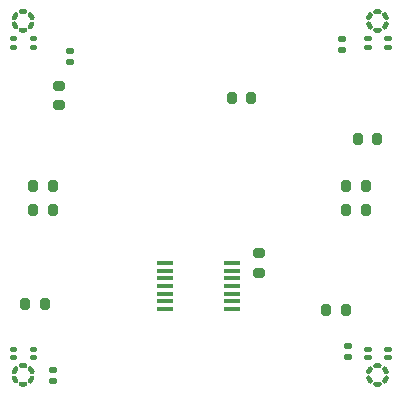
<source format=gbr>
%TF.GenerationSoftware,KiCad,Pcbnew,8.0.5*%
%TF.CreationDate,2024-10-09T23:06:33-04:00*%
%TF.ProjectId,4-Channel Array V3,342d4368-616e-46e6-956c-204172726179,rev?*%
%TF.SameCoordinates,Original*%
%TF.FileFunction,Paste,Top*%
%TF.FilePolarity,Positive*%
%FSLAX46Y46*%
G04 Gerber Fmt 4.6, Leading zero omitted, Abs format (unit mm)*
G04 Created by KiCad (PCBNEW 8.0.5) date 2024-10-09 23:06:33*
%MOMM*%
%LPD*%
G01*
G04 APERTURE LIST*
G04 Aperture macros list*
%AMRoundRect*
0 Rectangle with rounded corners*
0 $1 Rounding radius*
0 $2 $3 $4 $5 $6 $7 $8 $9 X,Y pos of 4 corners*
0 Add a 4 corners polygon primitive as box body*
4,1,4,$2,$3,$4,$5,$6,$7,$8,$9,$2,$3,0*
0 Add four circle primitives for the rounded corners*
1,1,$1+$1,$2,$3*
1,1,$1+$1,$4,$5*
1,1,$1+$1,$6,$7*
1,1,$1+$1,$8,$9*
0 Add four rect primitives between the rounded corners*
20,1,$1+$1,$2,$3,$4,$5,0*
20,1,$1+$1,$4,$5,$6,$7,0*
20,1,$1+$1,$6,$7,$8,$9,0*
20,1,$1+$1,$8,$9,$2,$3,0*%
G04 Aperture macros list end*
%ADD10C,0.400000*%
%ADD11RoundRect,0.200000X0.200000X0.275000X-0.200000X0.275000X-0.200000X-0.275000X0.200000X-0.275000X0*%
%ADD12RoundRect,0.200000X-0.200000X-0.275000X0.200000X-0.275000X0.200000X0.275000X-0.200000X0.275000X0*%
%ADD13RoundRect,0.200000X0.275000X-0.200000X0.275000X0.200000X-0.275000X0.200000X-0.275000X-0.200000X0*%
%ADD14RoundRect,0.140000X0.170000X-0.140000X0.170000X0.140000X-0.170000X0.140000X-0.170000X-0.140000X0*%
%ADD15RoundRect,0.140000X-0.170000X0.140000X-0.170000X-0.140000X0.170000X-0.140000X0.170000X0.140000X0*%
%ADD16R,1.422400X0.355600*%
G04 APERTURE END LIST*
D10*
%TO.C,MK4*%
X179250000Y-77800000D02*
X179050000Y-77800000D01*
X179250000Y-78500000D02*
X179050000Y-78500000D01*
X180950000Y-77800000D02*
X180750000Y-77800000D01*
X180950000Y-78500000D02*
X180750000Y-78500000D01*
X179242031Y-79724831D02*
G75*
G02*
X179400031Y-79451166I757239J-254749D01*
G01*
X179400031Y-80508830D02*
G75*
G02*
X179242031Y-80235169I599229J528410D01*
G01*
X179842000Y-79195994D02*
G75*
G02*
X180158000Y-79195994I158000J-783166D01*
G01*
X180158000Y-80764010D02*
G75*
G02*
X179842000Y-80764010I-158000J783210D01*
G01*
X180599969Y-79451166D02*
G75*
G02*
X180757969Y-79724831I-599239J-528414D01*
G01*
X180757969Y-80235169D02*
G75*
G02*
X180599970Y-80508831I-757269J254769D01*
G01*
%TO.C,MK2*%
X149250000Y-77800000D02*
X149050000Y-77800000D01*
X149250000Y-78500000D02*
X149050000Y-78500000D01*
X150950000Y-77800000D02*
X150750000Y-77800000D01*
X150950000Y-78500000D02*
X150750000Y-78500000D01*
X149242031Y-79724831D02*
G75*
G02*
X149400031Y-79451166I757239J-254749D01*
G01*
X149400031Y-80508830D02*
G75*
G02*
X149242031Y-80235169I599229J528410D01*
G01*
X149842000Y-79195994D02*
G75*
G02*
X150158000Y-79195994I158000J-783166D01*
G01*
X150158000Y-80764010D02*
G75*
G02*
X149842000Y-80764010I-158000J783210D01*
G01*
X150599969Y-79451166D02*
G75*
G02*
X150757969Y-79724831I-599239J-528414D01*
G01*
X150757969Y-80235169D02*
G75*
G02*
X150599970Y-80508831I-757269J254769D01*
G01*
%TO.C,MK3*%
X179050000Y-51480000D02*
X179250000Y-51480000D01*
X179050000Y-52180000D02*
X179250000Y-52180000D01*
X180750000Y-51480000D02*
X180950000Y-51480000D01*
X180750000Y-52180000D02*
X180950000Y-52180000D01*
X179242031Y-49744831D02*
G75*
G02*
X179400030Y-49471169I757269J-254769D01*
G01*
X179400031Y-50528834D02*
G75*
G02*
X179242031Y-50255169I599239J528414D01*
G01*
X179842000Y-49215990D02*
G75*
G02*
X180158000Y-49215990I158000J-783210D01*
G01*
X180158000Y-50784006D02*
G75*
G02*
X179842000Y-50784006I-158000J783166D01*
G01*
X180599969Y-49471170D02*
G75*
G02*
X180757969Y-49744831I-599229J-528410D01*
G01*
X180757969Y-50255169D02*
G75*
G02*
X180599969Y-50528834I-757239J254749D01*
G01*
%TO.C,MK1*%
X149050000Y-51480000D02*
X149250000Y-51480000D01*
X149050000Y-52180000D02*
X149250000Y-52180000D01*
X150750000Y-51480000D02*
X150950000Y-51480000D01*
X150750000Y-52180000D02*
X150950000Y-52180000D01*
X149242031Y-49744831D02*
G75*
G02*
X149400030Y-49471169I757269J-254769D01*
G01*
X149400031Y-50528834D02*
G75*
G02*
X149242031Y-50255169I599239J528414D01*
G01*
X149842000Y-49215990D02*
G75*
G02*
X150158000Y-49215990I158000J-783210D01*
G01*
X150158000Y-50784006D02*
G75*
G02*
X149842000Y-50784006I-158000J783166D01*
G01*
X150599969Y-49471170D02*
G75*
G02*
X150757969Y-49744831I-599229J-528410D01*
G01*
X150757969Y-50255169D02*
G75*
G02*
X150599969Y-50528834I-757239J254749D01*
G01*
%TD*%
D11*
%TO.C,R7*%
X179000000Y-64000000D03*
X177350000Y-64000000D03*
%TD*%
D12*
%TO.C,R5*%
X150850000Y-64000000D03*
X152500000Y-64000000D03*
%TD*%
%TO.C,R3*%
X178350000Y-60000000D03*
X180000000Y-60000000D03*
%TD*%
D11*
%TO.C,R8*%
X179000000Y-66000000D03*
X177350000Y-66000000D03*
%TD*%
D13*
%TO.C,R1*%
X153000000Y-57150000D03*
X153000000Y-55500000D03*
%TD*%
D14*
%TO.C,C2*%
X154000000Y-53480000D03*
X154000000Y-52520000D03*
%TD*%
D12*
%TO.C,C3*%
X167675000Y-56500000D03*
X169325000Y-56500000D03*
%TD*%
D14*
%TO.C,C6*%
X177000000Y-52480000D03*
X177000000Y-51520000D03*
%TD*%
D15*
%TO.C,C5*%
X177500000Y-77520000D03*
X177500000Y-78480000D03*
%TD*%
D16*
%TO.C,U1*%
X162000000Y-70500000D03*
X162000000Y-71160400D03*
X162000000Y-71795400D03*
X162000000Y-72455800D03*
X162000000Y-73116200D03*
X162000000Y-73751200D03*
X162000000Y-74411600D03*
X167689600Y-74411600D03*
X167689600Y-73751200D03*
X167689600Y-73116200D03*
X167689600Y-72455800D03*
X167689600Y-71795400D03*
X167689600Y-71160400D03*
X167689600Y-70500000D03*
%TD*%
D12*
%TO.C,R6*%
X150850000Y-66000000D03*
X152500000Y-66000000D03*
%TD*%
D11*
%TO.C,R2*%
X151825000Y-74000000D03*
X150175000Y-74000000D03*
%TD*%
D13*
%TO.C,C1*%
X170000000Y-71325000D03*
X170000000Y-69675000D03*
%TD*%
D15*
%TO.C,C4*%
X152500000Y-79520000D03*
X152500000Y-80480000D03*
%TD*%
D12*
%TO.C,R4*%
X175675000Y-74500000D03*
X177325000Y-74500000D03*
%TD*%
M02*

</source>
